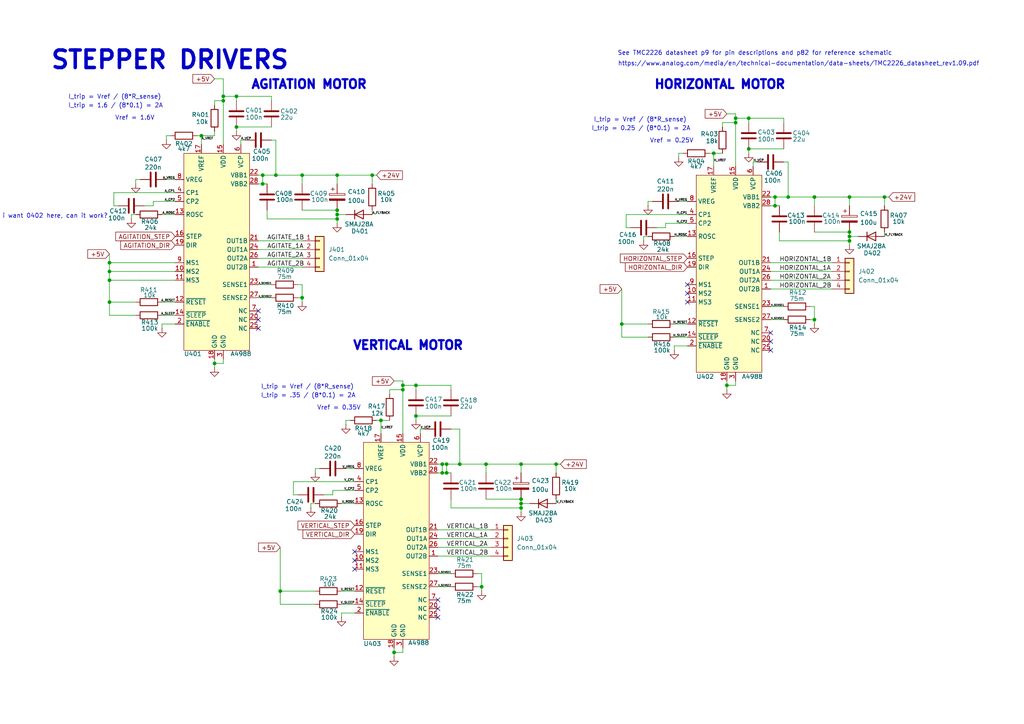
<source format=kicad_sch>
(kicad_sch (version 20250114) (generator "eeschema") (generator_version "9.0")
  (paper "A4")
  (lib_symbols
    (symbol "Connector_Generic:Conn_01x04" (pin_names (offset 1.016) (hide yes))
      (property "Reference" "J" (at 0 5.08 0))
      (property "Value" "Conn_01x04" (at 0 -7.62 0))
      (symbol "Conn_01x04_1_1"
        (pin passive line (at -5.08 2.54 0) (length 3.81) (name "Pin_1") (number "1"))
        (pin passive line (at -5.08 0 0) (length 3.81) (name "Pin_2") (number "2"))
        (pin passive line (at -5.08 -2.54 0) (length 3.81) (name "Pin_3") (number "3"))
        (pin passive line (at -5.08 -5.08 0) (length 3.81) (name "Pin_4") (number "4"))
      )
    )
    (symbol "Device:C" (pin_numbers (hide yes)) (pin_names (offset 0.254))
      (property "Reference" "C" (at 0.635 2.54 0))
      (property "Value" "C" (at 0.635 -2.54 0))
      (symbol "C_1_1"
        (pin passive line (at 0 3.81 270) (length 2.794) (name "~") (number "1"))
        (pin passive line (at 0 -3.81 90) (length 2.794) (name "~") (number "2"))
      )
    )
    (symbol "Device:C_Polarized" (pin_numbers (hide yes)) (pin_names (offset 0.254))
      (property "Reference" "C" (at 0.635 2.54 0))
      (property "Value" "C_Polarized" (at 0.635 -2.54 0))
      (symbol "C_Polarized_1_1"
        (pin passive line (at 0 3.81 270) (length 2.794) (name "~") (number "1"))
        (pin passive line (at 0 -3.81 90) (length 2.794) (name "~") (number "2"))
      )
    )
    (symbol "Device:D" (pin_numbers (hide yes)) (pin_names (offset 1.016) (hide yes))
      (property "Reference" "D" (at 0 2.54 0))
      (property "Value" "D" (at 0 -2.54 0))
      (symbol "D_1_1"
        (pin passive line (at -3.81 0 0) (length 2.54) (name "K") (number "1"))
        (pin passive line (at 3.81 0 180) (length 2.54) (name "A") (number "2"))
      )
    )
    (symbol "Device:R" (pin_numbers (hide yes)) (pin_names (offset 0))
      (property "Reference" "R" (at 2.032 0 90))
      (property "Value" "R" (at 0 0 90))
      (symbol "R_1_1"
        (pin passive line (at 0 3.81 270) (length 1.27) (name "~") (number "1"))
        (pin passive line (at 0 -3.81 90) (length 1.27) (name "~") (number "2"))
      )
    )
    (symbol "a4988_symbol:A4988"
      (property "Reference" "U" (at -7.874 20.066 0))
      (property "Value" "A4988" (at 7.366 -39.37 0))
      (symbol "A4988_1_1"
        (pin passive line (at -11.43 11.43 0) (length 2.54) (name "VREG") (number "8"))
        (pin input line (at -11.43 7.62 0) (length 2.54) (name "CP1") (number "4"))
        (pin input line (at -11.43 5.08 0) (length 2.54) (name "CP2") (number "5"))
        (pin input line (at -11.43 1.27 0) (length 2.54) (name "ROSC") (number "13"))
        (pin input line (at -11.43 -5.08 0) (length 2.54) (name "STEP") (number "16"))
        (pin input line (at -11.43 -7.62 0) (length 2.54) (name "DIR") (number "19"))
        (pin input line (at -11.43 -12.7 0) (length 2.54) (name "MS1") (number "9"))
        (pin input line (at -11.43 -15.24 0) (length 2.54) (name "MS2") (number "10"))
        (pin input line (at -11.43 -17.78 0) (length 2.54) (name "MS3") (number "11"))
        (pin input line (at -11.43 -24.13 0) (length 2.54) (name "~{RESET}") (number "12"))
        (pin input line (at -11.43 -27.94 0) (length 2.54) (name "~{SLEEP}") (number "14"))
        (pin input line (at -11.43 -30.48 0) (length 2.54) (name "~{ENABLE}") (number "2"))
        (pin passive line (at -3.81 21.59 270) (length 2.54) (name "VREF") (number "17"))
        (pin passive line (at 0 -40.64 90) (length 2.54) (name "GND") (number "18"))
        (pin passive line (at 0 -40.64 90) (length 2.54) (hide yes) (name "GND") (number "29"))
        (pin passive line (at 2.54 21.59 270) (length 2.54) (name "VDD") (number "15"))
        (pin passive line (at 2.54 -40.64 90) (length 2.54) (name "GND") (number "3"))
        (pin input line (at 7.62 21.59 270) (length 2.54) (name "VCP") (number "6"))
        (pin input line (at 12.7 12.7 180) (length 2.54) (name "VBB1") (number "22"))
        (pin input line (at 12.7 10.16 180) (length 2.54) (name "VBB2") (number "28"))
        (pin output line (at 12.7 -6.35 180) (length 2.54) (name "OUT1B") (number "21"))
        (pin output line (at 12.7 -8.89 180) (length 2.54) (name "OUT1A") (number "24"))
        (pin output line (at 12.7 -11.43 180) (length 2.54) (name "OUT2A") (number "26"))
        (pin output line (at 12.7 -13.97 180) (length 2.54) (name "OUT2B") (number "1"))
        (pin passive line (at 12.7 -19.05 180) (length 2.54) (name "SENSE1") (number "23"))
        (pin passive line (at 12.7 -22.86 180) (length 2.54) (name "SENSE2") (number "27"))
        (pin passive line (at 12.7 -26.67 180) (length 2.54) (name "NC") (number "7"))
        (pin passive line (at 12.7 -29.21 180) (length 2.54) (name "NC") (number "20"))
        (pin passive line (at 12.7 -31.75 180) (length 2.54) (name "NC") (number "25"))
      )
    )
    (symbol "power:GND" (power) (pin_numbers (hide yes)) (pin_names (offset 0) (hide yes))
      (property "Value" "GND" (at 0 -3.81 0))
      (symbol "GND_1_1"
        (pin power_in line (at 0 0 270) (length 0) (name "~") (number "1"))
      )
    )
  )
  (text "I_trip = 0.25 / (8*0.1) = 2A" (at 185.928 37.338 0) (effects (font (size 1.27 1.27))))
  (text "I_trip = Vref / (8*R_sense)" (at 89.154 112.268 0) (effects (font (size 1.27 1.27))))
  (text "i want 0402 here, can it work?" (at 16.002 62.738 0) (effects (font (size 1.27 1.27))))
  (text "I_trip = Vref / (8*R_sense)" (at 33.274 28.194 0) (effects (font (size 1.27 1.27))))
  (text "Vref = 1.6V" (at 39.116 34.29 0) (effects (font (size 1.27 1.27))))
  (text "I_trip = Vref / (8*R_sense)" (at 185.674 34.798 0) (effects (font (size 1.27 1.27))))
  (text "VERTICAL MOTOR" (at 118.364 100.33 0) (effects (font (size 2.54 2.54) (thickness 1.016) (bold yes))))
  (text "Vref = 0.35V" (at 98.298 118.364 0) (effects (font (size 1.27 1.27))))
  (text "I_trip = .35 / (8*0.1) = 2A" (at 89.408 114.808 0) (effects (font (size 1.27 1.27))))
  (text "AGITATION MOTOR" (at 89.662 24.638 0) (effects (font (size 2.54 2.54) (thickness 1.016) (bold yes))))
  (text "STEPPER DRIVERS" (at 49.276 17.526 0) (effects (font (size 5.08 5.08) (thickness 1.016) (bold yes))))
  (text "See TMC2226 datasheet p9 for pin descriptions and p82 for reference schematic\n" (at 218.948 15.494 0) (effects (font (size 1.27 1.27))))
  (text "Vref = 0.25V" (at 194.818 40.894 0) (effects (font (size 1.27 1.27))))
  (text "HORIZONTAL MOTOR" (at 208.788 24.638 0) (effects (font (size 2.54 2.54) (thickness 1.016) (bold yes))))
  (text "https://www.analog.com/media/en/technical-documentation/data-sheets/TMC2226_datasheet_rev1.09.pdf" (at 231.648 18.542 0) (effects (font (size 1.27 1.27))))
  (text "I_trip = 1.6 / (8*0.1) = 2A" (at 33.528 30.734 0) (effects (font (size 1.27 1.27))))
  (junction (at 228.6 57.15))
  (junction (at 129.54 134.62))
  (junction (at 180.34 93.98))
  (junction (at 217.17 43.18))
  (junction (at 133.35 134.62))
  (junction (at 62.23 105.41))
  (junction (at 76.2 53.34))
  (junction (at 236.22 57.15))
  (junction (at 110.49 121.92))
  (junction (at 128.27 137.16))
  (junction (at 97.79 50.8))
  (junction (at 68.58 27.94))
  (junction (at 246.38 67.31))
  (junction (at 120.65 120.65))
  (junction (at 217.17 34.29))
  (junction (at 107.95 50.8))
  (junction (at 31.75 81.28))
  (junction (at 64.77 27.94))
  (junction (at 31.75 78.74))
  (junction (at 246.38 57.15))
  (junction (at 58.42 39.37))
  (junction (at 129.54 137.16))
  (junction (at 256.54 57.15))
  (junction (at 68.58 36.83))
  (junction (at 224.79 57.15))
  (junction (at 213.36 34.29))
  (junction (at 97.79 60.96))
  (junction (at 151.13 144.78))
  (junction (at 116.84 113.03))
  (junction (at 140.97 134.62))
  (junction (at 224.79 59.69))
  (junction (at 87.63 86.36))
  (junction (at 139.7 170.18))
  (junction (at 31.75 76.2))
  (junction (at 87.63 50.8))
  (junction (at 76.2 50.8))
  (junction (at 210.82 111.76))
  (junction (at 151.13 134.62))
  (junction (at 80.01 50.8))
  (junction (at 151.13 147.32))
  (junction (at 97.79 62.23))
  (junction (at 97.79 63.5))
  (junction (at 236.22 92.71))
  (junction (at 207.01 44.45))
  (junction (at 120.65 111.76))
  (junction (at 246.38 68.58))
  (junction (at 31.75 87.63))
  (junction (at 246.38 69.85))
  (junction (at 151.13 146.05))
  (junction (at 213.36 35.56))
  (junction (at 128.27 134.62))
  (junction (at 114.3 189.23))
  (junction (at 64.77 29.21))
  (junction (at 116.84 111.76))
  (junction (at 161.29 134.62))
  (junction (at 81.28 171.45))
  (no_connect (at 223.52 96.52))
  (no_connect (at 102.87 162.56))
  (no_connect (at 199.39 87.63))
  (no_connect (at 74.93 90.17))
  (no_connect (at 74.93 92.71))
  (no_connect (at 199.39 82.55))
  (no_connect (at 199.39 85.09))
  (no_connect (at 102.87 160.02))
  (no_connect (at 74.93 95.25))
  (no_connect (at 127 179.07))
  (no_connect (at 102.87 165.1))
  (no_connect (at 127 176.53))
  (no_connect (at 223.52 101.6))
  (no_connect (at 127 173.99))
  (no_connect (at 223.52 99.06))
  (wire (pts (xy 101.6 121.92) (xy 100.33 121.92)))
  (wire (pts (xy 121.92 124.46) (xy 123.19 124.46)))
  (wire (pts (xy 223.52 88.9) (xy 227.33 88.9)))
  (wire (pts (xy 69.85 41.91) (xy 69.85 40.64)))
  (wire (pts (xy 151.13 147.32) (xy 151.13 148.59)))
  (wire (pts (xy 226.06 69.85) (xy 246.38 69.85)))
  (wire (pts (xy 50.8 78.74) (xy 31.75 78.74)))
  (wire (pts (xy 217.17 34.29) (xy 217.17 35.56)))
  (wire (pts (xy 224.79 57.15) (xy 228.6 57.15)))
  (wire (pts (xy 96.52 142.24) (xy 96.52 143.51)))
  (wire (pts (xy 187.96 58.42) (xy 189.23 58.42)))
  (wire (pts (xy 85.09 139.7) (xy 85.09 143.51)))
  (wire (pts (xy 85.09 139.7) (xy 102.87 139.7)))
  (wire (pts (xy 224.79 59.69) (xy 226.06 59.69)))
  (wire (pts (xy 107.95 50.8) (xy 107.95 53.34)))
  (wire (pts (xy 114.3 110.49) (xy 116.84 110.49)))
  (wire (pts (xy 195.58 100.33) (xy 195.58 101.6)))
  (wire (pts (xy 209.55 35.56) (xy 213.36 35.56)))
  (wire (pts (xy 99.06 177.8) (xy 99.06 179.07)))
  (wire (pts (xy 78.74 40.64) (xy 80.01 40.64)))
  (wire (pts (xy 236.22 57.15) (xy 236.22 59.69)))
  (wire (pts (xy 100.33 121.92) (xy 100.33 123.19)))
  (wire (pts (xy 38.1 62.23) (xy 38.1 63.5)))
  (wire (pts (xy 96.52 142.24) (xy 102.87 142.24)))
  (wire (pts (xy 116.84 189.23) (xy 114.3 189.23)))
  (wire (pts (xy 256.54 57.15) (xy 257.81 57.15)))
  (wire (pts (xy 256.54 67.31) (xy 256.54 68.58)))
  (wire (pts (xy 68.58 36.83) (xy 68.58 38.1)))
  (wire (pts (xy 210.82 110.49) (xy 210.82 111.76)))
  (wire (pts (xy 74.93 77.47) (xy 87.63 77.47)))
  (wire (pts (xy 217.17 43.18) (xy 227.33 43.18)))
  (wire (pts (xy 107.95 50.8) (xy 109.22 50.8)))
  (wire (pts (xy 223.52 92.71) (xy 227.33 92.71)))
  (wire (pts (xy 91.44 135.89) (xy 92.71 135.89)))
  (wire (pts (xy 31.75 81.28) (xy 31.75 78.74)))
  (wire (pts (xy 133.35 124.46) (xy 133.35 134.62)))
  (wire (pts (xy 129.54 134.62) (xy 129.54 137.16)))
  (wire (pts (xy 130.81 144.78) (xy 130.81 147.32)))
  (wire (pts (xy 87.63 86.36) (xy 87.63 87.63)))
  (wire (pts (xy 93.98 143.51) (xy 96.52 143.51)))
  (wire (pts (xy 195.58 93.98) (xy 199.39 93.98)))
  (wire (pts (xy 236.22 57.15) (xy 246.38 57.15)))
  (wire (pts (xy 81.28 158.75) (xy 81.28 171.45)))
  (wire (pts (xy 116.84 113.03) (xy 116.84 111.76)))
  (wire (pts (xy 99.06 171.45) (xy 102.87 171.45)))
  (wire (pts (xy 213.36 48.26) (xy 213.36 35.56)))
  (wire (pts (xy 151.13 134.62) (xy 151.13 137.16)))
  (wire (pts (xy 180.34 97.79) (xy 180.34 93.98)))
  (wire (pts (xy 64.77 105.41) (xy 62.23 105.41)))
  (wire (pts (xy 161.29 144.78) (xy 161.29 146.05)))
  (wire (pts (xy 140.97 144.78) (xy 151.13 144.78)))
  (wire (pts (xy 256.54 57.15) (xy 246.38 57.15)))
  (wire (pts (xy 91.44 146.05) (xy 90.17 146.05)))
  (wire (pts (xy 223.52 76.2) (xy 241.3 76.2)))
  (wire (pts (xy 114.3 187.96) (xy 114.3 189.23)))
  (wire (pts (xy 207.01 44.45) (xy 207.01 48.26)))
  (wire (pts (xy 223.52 78.74) (xy 241.3 78.74)))
  (wire (pts (xy 236.22 92.71) (xy 236.22 93.98)))
  (wire (pts (xy 213.36 33.02) (xy 213.36 34.29)))
  (wire (pts (xy 62.23 29.21) (xy 64.77 29.21)))
  (wire (pts (xy 246.38 69.85) (xy 246.38 71.12)))
  (wire (pts (xy 46.99 93.98) (xy 46.99 95.25)))
  (wire (pts (xy 246.38 67.31) (xy 246.38 68.58)))
  (wire (pts (xy 62.23 38.1) (xy 62.23 39.37)))
  (wire (pts (xy 81.28 175.26) (xy 81.28 171.45)))
  (wire (pts (xy 100.33 135.89) (xy 102.87 135.89)))
  (wire (pts (xy 113.03 113.03) (xy 113.03 114.3)))
  (wire (pts (xy 46.99 62.23) (xy 50.8 62.23)))
  (wire (pts (xy 80.01 40.64) (xy 80.01 50.8)))
  (wire (pts (xy 210.82 111.76) (xy 210.82 113.03)))
  (wire (pts (xy 91.44 137.16) (xy 91.44 135.89)))
  (wire (pts (xy 68.58 27.94) (xy 68.58 29.21)))
  (wire (pts (xy 139.7 166.37) (xy 139.7 170.18)))
  (wire (pts (xy 256.54 57.15) (xy 256.54 59.69)))
  (wire (pts (xy 50.8 81.28) (xy 31.75 81.28)))
  (wire (pts (xy 114.3 189.23) (xy 114.3 190.5)))
  (wire (pts (xy 44.45 58.42) (xy 50.8 58.42)))
  (wire (pts (xy 205.74 44.45) (xy 207.01 44.45)))
  (wire (pts (xy 64.77 22.86) (xy 64.77 27.94)))
  (wire (pts (xy 62.23 104.14) (xy 62.23 105.41)))
  (wire (pts (xy 113.03 121.92) (xy 110.49 121.92)))
  (wire (pts (xy 50.8 76.2) (xy 31.75 76.2)))
  (wire (pts (xy 193.04 64.77) (xy 193.04 66.04)))
  (wire (pts (xy 121.92 125.73) (xy 121.92 124.46)))
  (wire (pts (xy 85.09 143.51) (xy 86.36 143.51)))
  (wire (pts (xy 116.84 111.76) (xy 120.65 111.76)))
  (wire (pts (xy 64.77 27.94) (xy 64.77 29.21)))
  (wire (pts (xy 228.6 46.99) (xy 228.6 57.15)))
  (wire (pts (xy 234.95 92.71) (xy 236.22 92.71)))
  (wire (pts (xy 223.52 59.69) (xy 224.79 59.69)))
  (wire (pts (xy 234.95 88.9) (xy 236.22 88.9)))
  (wire (pts (xy 86.36 86.36) (xy 87.63 86.36)))
  (wire (pts (xy 39.37 52.07) (xy 40.64 52.07)))
  (wire (pts (xy 120.65 111.76) (xy 120.65 113.03)))
  (wire (pts (xy 97.79 62.23) (xy 97.79 63.5)))
  (wire (pts (xy 109.22 121.92) (xy 110.49 121.92)))
  (wire (pts (xy 224.79 57.15) (xy 224.79 59.69)))
  (wire (pts (xy 127 156.21) (xy 142.24 156.21)))
  (wire (pts (xy 31.75 78.74) (xy 31.75 76.2)))
  (wire (pts (xy 33.02 55.88) (xy 50.8 55.88)))
  (wire (pts (xy 128.27 134.62) (xy 127 134.62)))
  (wire (pts (xy 128.27 137.16) (xy 129.54 137.16)))
  (wire (pts (xy 39.37 62.23) (xy 38.1 62.23)))
  (wire (pts (xy 64.77 29.21) (xy 64.77 41.91)))
  (wire (pts (xy 76.2 53.34) (xy 77.47 53.34)))
  (wire (pts (xy 186.69 68.58) (xy 186.69 69.85)))
  (wire (pts (xy 62.23 105.41) (xy 62.23 106.68)))
  (wire (pts (xy 46.99 91.44) (xy 50.8 91.44)))
  (wire (pts (xy 64.77 27.94) (xy 68.58 27.94)))
  (wire (pts (xy 107.95 50.8) (xy 97.79 50.8)))
  (wire (pts (xy 80.01 50.8) (xy 87.63 50.8)))
  (wire (pts (xy 180.34 83.82) (xy 180.34 93.98)))
  (wire (pts (xy 74.93 72.39) (xy 87.63 72.39)))
  (wire (pts (xy 138.43 170.18) (xy 139.7 170.18)))
  (wire (pts (xy 81.28 171.45) (xy 91.44 171.45)))
  (wire (pts (xy 209.55 44.45) (xy 207.01 44.45)))
  (wire (pts (xy 46.99 93.98) (xy 50.8 93.98)))
  (wire (pts (xy 196.85 44.45) (xy 196.85 45.72)))
  (wire (pts (xy 39.37 53.34) (xy 39.37 52.07)))
  (wire (pts (xy 69.85 40.64) (xy 71.12 40.64)))
  (wire (pts (xy 226.06 67.31) (xy 226.06 69.85)))
  (wire (pts (xy 224.79 57.15) (xy 223.52 57.15)))
  (wire (pts (xy 130.81 111.76) (xy 130.81 113.03)))
  (wire (pts (xy 130.81 147.32) (xy 151.13 147.32)))
  (wire (pts (xy 127 158.75) (xy 142.24 158.75)))
  (wire (pts (xy 31.75 87.63) (xy 31.75 81.28)))
  (wire (pts (xy 127 161.29) (xy 142.24 161.29)))
  (wire (pts (xy 127 153.67) (xy 142.24 153.67)))
  (wire (pts (xy 181.61 66.04) (xy 182.88 66.04)))
  (wire (pts (xy 97.79 60.96) (xy 97.79 62.23)))
  (wire (pts (xy 151.13 144.78) (xy 151.13 146.05)))
  (wire (pts (xy 58.42 39.37) (xy 58.42 41.91)))
  (wire (pts (xy 138.43 166.37) (xy 139.7 166.37)))
  (wire (pts (xy 33.02 59.69) (xy 34.29 59.69)))
  (wire (pts (xy 116.84 110.49) (xy 116.84 111.76)))
  (wire (pts (xy 213.36 111.76) (xy 210.82 111.76)))
  (wire (pts (xy 180.34 97.79) (xy 187.96 97.79)))
  (wire (pts (xy 217.17 34.29) (xy 227.33 34.29)))
  (wire (pts (xy 33.02 55.88) (xy 33.02 59.69)))
  (wire (pts (xy 127 170.18) (xy 130.81 170.18)))
  (wire (pts (xy 161.29 134.62) (xy 161.29 137.16)))
  (wire (pts (xy 161.29 134.62) (xy 151.13 134.62)))
  (wire (pts (xy 81.28 175.26) (xy 91.44 175.26)))
  (wire (pts (xy 116.84 125.73) (xy 116.84 113.03)))
  (wire (pts (xy 76.2 50.8) (xy 80.01 50.8)))
  (wire (pts (xy 48.26 52.07) (xy 50.8 52.07)))
  (wire (pts (xy 78.74 27.94) (xy 78.74 29.21)))
  (wire (pts (xy 90.17 146.05) (xy 90.17 147.32)))
  (wire (pts (xy 151.13 146.05) (xy 153.67 146.05)))
  (wire (pts (xy 62.23 22.86) (xy 64.77 22.86)))
  (wire (pts (xy 46.99 87.63) (xy 50.8 87.63)))
  (wire (pts (xy 181.61 62.23) (xy 181.61 66.04)))
  (wire (pts (xy 227.33 34.29) (xy 227.33 35.56)))
  (wire (pts (xy 140.97 134.62) (xy 151.13 134.62)))
  (wire (pts (xy 87.63 60.96) (xy 97.79 60.96)))
  (wire (pts (xy 120.65 111.76) (xy 130.81 111.76)))
  (wire (pts (xy 120.65 120.65) (xy 120.65 121.92)))
  (wire (pts (xy 120.65 120.65) (xy 130.81 120.65)))
  (wire (pts (xy 140.97 134.62) (xy 140.97 137.16)))
  (wire (pts (xy 41.91 59.69) (xy 44.45 59.69)))
  (wire (pts (xy 99.06 175.26) (xy 102.87 175.26)))
  (wire (pts (xy 77.47 63.5) (xy 97.79 63.5)))
  (wire (pts (xy 77.47 60.96) (xy 77.47 63.5)))
  (wire (pts (xy 129.54 137.16) (xy 130.81 137.16)))
  (wire (pts (xy 110.49 121.92) (xy 110.49 125.73)))
  (wire (pts (xy 151.13 146.05) (xy 151.13 147.32)))
  (wire (pts (xy 127 166.37) (xy 130.81 166.37)))
  (wire (pts (xy 196.85 58.42) (xy 199.39 58.42)))
  (wire (pts (xy 198.12 44.45) (xy 196.85 44.45)))
  (wire (pts (xy 76.2 50.8) (xy 76.2 53.34)))
  (wire (pts (xy 31.75 91.44) (xy 31.75 87.63)))
  (wire (pts (xy 223.52 83.82) (xy 241.3 83.82)))
  (wire (pts (xy 218.44 48.26) (xy 218.44 46.99)))
  (wire (pts (xy 213.36 34.29) (xy 217.17 34.29)))
  (wire (pts (xy 187.96 68.58) (xy 186.69 68.58)))
  (wire (pts (xy 217.17 43.18) (xy 217.17 44.45)))
  (wire (pts (xy 99.06 177.8) (xy 102.87 177.8)))
  (wire (pts (xy 87.63 82.55) (xy 87.63 86.36)))
  (wire (pts (xy 180.34 93.98) (xy 187.96 93.98)))
  (wire (pts (xy 99.06 146.05) (xy 102.87 146.05)))
  (wire (pts (xy 31.75 91.44) (xy 39.37 91.44)))
  (wire (pts (xy 161.29 134.62) (xy 162.56 134.62)))
  (wire (pts (xy 130.81 124.46) (xy 133.35 124.46)))
  (wire (pts (xy 195.58 100.33) (xy 199.39 100.33)))
  (wire (pts (xy 74.93 69.85) (xy 87.63 69.85)))
  (wire (pts (xy 74.93 86.36) (xy 78.74 86.36)))
  (wire (pts (xy 127 137.16) (xy 128.27 137.16)))
  (wire (pts (xy 195.58 97.79) (xy 199.39 97.79)))
  (wire (pts (xy 113.03 113.03) (xy 116.84 113.03)))
  (wire (pts (xy 187.96 59.69) (xy 187.96 58.42)))
  (wire (pts (xy 49.53 39.37) (xy 48.26 39.37)))
  (wire (pts (xy 107.95 60.96) (xy 107.95 62.23)))
  (wire (pts (xy 236.22 88.9) (xy 236.22 92.71)))
  (wire (pts (xy 116.84 187.96) (xy 116.84 189.23)))
  (wire (pts (xy 129.54 134.62) (xy 128.27 134.62)))
  (wire (pts (xy 139.7 170.18) (xy 139.7 171.45)))
  (wire (pts (xy 62.23 30.48) (xy 62.23 29.21)))
  (wire (pts (xy 68.58 27.94) (xy 78.74 27.94)))
  (wire (pts (xy 218.44 46.99) (xy 219.71 46.99)))
  (wire (pts (xy 195.58 68.58) (xy 199.39 68.58)))
  (wire (pts (xy 64.77 104.14) (xy 64.77 105.41)))
  (wire (pts (xy 97.79 63.5) (xy 97.79 64.77)))
  (wire (pts (xy 68.58 36.83) (xy 78.74 36.83)))
  (wire (pts (xy 193.04 64.77) (xy 199.39 64.77)))
  (wire (pts (xy 236.22 67.31) (xy 246.38 67.31)))
  (wire (pts (xy 210.82 33.02) (xy 213.36 33.02)))
  (wire (pts (xy 31.75 73.66) (xy 31.75 76.2)))
  (wire (pts (xy 87.63 50.8) (xy 97.79 50.8)))
  (wire (pts (xy 97.79 62.23) (xy 100.33 62.23)))
  (wire (pts (xy 246.38 68.58) (xy 248.92 68.58)))
  (wire (pts (xy 209.55 35.56) (xy 209.55 36.83)))
  (wire (pts (xy 58.42 39.37) (xy 62.23 39.37)))
  (wire (pts (xy 97.79 50.8) (xy 97.79 53.34)))
  (wire (pts (xy 74.93 82.55) (xy 78.74 82.55)))
  (wire (pts (xy 74.93 53.34) (xy 76.2 53.34)))
  (wire (pts (xy 86.36 82.55) (xy 87.63 82.55)))
  (wire (pts (xy 223.52 81.28) (xy 241.3 81.28)))
  (wire (pts (xy 246.38 57.15) (xy 246.38 59.69)))
  (wire (pts (xy 74.93 74.93) (xy 87.63 74.93)))
  (wire (pts (xy 48.26 39.37) (xy 48.26 40.64)))
  (wire (pts (xy 31.75 87.63) (xy 39.37 87.63)))
  (wire (pts (xy 181.61 62.23) (xy 199.39 62.23)))
  (wire (pts (xy 133.35 134.62) (xy 140.97 134.62)))
  (wire (pts (xy 246.38 68.58) (xy 246.38 69.85)))
  (wire (pts (xy 76.2 50.8) (xy 74.93 50.8)))
  (wire (pts (xy 227.33 46.99) (xy 228.6 46.99)))
  (wire (pts (xy 213.36 35.56) (xy 213.36 34.29)))
  (wire (pts (xy 228.6 57.15) (xy 236.22 57.15)))
  (wire (pts (xy 190.5 66.04) (xy 193.04 66.04)))
  (wire (pts (xy 213.36 110.49) (xy 213.36 111.76)))
  (wire (pts (xy 129.54 134.62) (xy 133.35 134.62)))
  (wire (pts (xy 57.15 39.37) (xy 58.42 39.37)))
  (wire (pts (xy 87.63 50.8) (xy 87.63 53.34)))
  (wire (pts (xy 44.45 58.42) (xy 44.45 59.69)))
  (wire (pts (xy 128.27 134.62) (xy 128.27 137.16)))
  (label "V_CP2" (at 102.87 142.24 180) (effects (font (size 0.635 0.635))))
  (label "H_RESET" (at 199.39 93.98 180) (effects (font (size 0.635 0.635))))
  (label "AGITATE_2B" (at 77.47 77.47 0))
  (label "VERTICAL_2A" (at 129.54 158.75 0))
  (label "HORIZONTAL_1B" (at 226.06 76.2 0))
  (label "AGITATE_1A" (at 77.47 72.39 0))
  (label "V_RESET" (at 102.87 171.45 180) (effects (font (size 0.635 0.635))))
  (label "H_SENSE2" (at 223.52 92.71 0) (effects (font (size 0.508 0.508))))
  (label "H_SLEEP" (at 199.39 97.79 180) (effects (font (size 0.635 0.635))))
  (label "A_SENSE2" (at 74.93 86.36 0) (effects (font (size 0.508 0.508))))
  (label "V_VCP" (at 121.92 124.46 0) (effects (font (size 0.635 0.635))))
  (label "V_FLYBACK" (at 161.29 146.05 0) (effects (font (size 0.635 0.635))))
  (label "A_CP1" (at 50.8 55.88 180) (effects (font (size 0.635 0.635))))
  (label "HORIZONTAL_2B" (at 226.06 83.82 0))
  (label "H_CP1" (at 199.39 62.23 180) (effects (font (size 0.635 0.635))))
  (label "H_VREG" (at 199.39 58.42 180) (effects (font (size 0.635 0.635))))
  (label "A_SENSE1" (at 74.93 82.55 0) (effects (font (size 0.508 0.508))))
  (label "VERTICAL_1A" (at 129.54 156.21 0))
  (label "A_RESET" (at 50.8 87.63 180) (effects (font (size 0.635 0.635))))
  (label "V_ROSC" (at 102.87 146.05 180) (effects (font (size 0.635 0.635))))
  (label "V_SENSE1" (at 127 166.37 0) (effects (font (size 0.508 0.508))))
  (label "AGITATE_2A" (at 77.47 74.93 0))
  (label "V_VREG" (at 102.87 135.89 180) (effects (font (size 0.635 0.635))))
  (label "H_CP2" (at 199.39 64.77 180) (effects (font (size 0.635 0.635))))
  (label "A_VREG" (at 50.8 52.07 180) (effects (font (size 0.635 0.635))))
  (label "V_VREF" (at 110.49 124.46 0) (effects (font (size 0.635 0.635))))
  (label "A_SLEEP" (at 50.8 91.44 180) (effects (font (size 0.635 0.635))))
  (label "VERTICAL_1B" (at 129.54 153.67 0))
  (label "VERTICAL_2B" (at 129.54 161.29 0))
  (label "A_ROSC" (at 50.8 62.23 180) (effects (font (size 0.635 0.635))))
  (label "A_VREF" (at 58.42 40.64 0) (effects (font (size 0.635 0.635))))
  (label "HORIZONTAL_2A" (at 226.06 81.28 0))
  (label "V_CP1" (at 102.87 139.7 180) (effects (font (size 0.635 0.635))))
  (label "A_VCP" (at 69.85 40.64 0) (effects (font (size 0.635 0.635))))
  (label "AGITATE_1B" (at 77.47 69.85 0))
  (label "A_CP2" (at 50.8 58.42 180) (effects (font (size 0.635 0.635))))
  (label "A_FLYBACK" (at 107.95 62.23 0) (effects (font (size 0.635 0.635))))
  (label "H_VCP" (at 218.44 46.99 0) (effects (font (size 0.635 0.635))))
  (label "V_SLEEP" (at 102.87 175.26 180) (effects (font (size 0.635 0.635))))
  (label "H_VREF" (at 207.01 46.99 0) (effects (font (size 0.635 0.635))))
  (label "HORIZONTAL_1A" (at 226.06 78.74 0))
  (label "H_ROSC" (at 199.39 68.58 180) (effects (font (size 0.635 0.635))))
  (label "V_SENSE2" (at 127 170.18 0) (effects (font (size 0.508 0.508))))
  (label "H_FLYBACK" (at 256.54 68.58 0) (effects (font (size 0.635 0.635))))
  (label "H_SENSE1" (at 223.52 88.9 0) (effects (font (size 0.508 0.508))))
  (global_label "+5V" (shape input) (at 180.34 83.82 180) (property "Intersheetrefs" "${INTERSHEET_REFS}" (effects (hide yes))))
  (global_label "+24V" (shape input) (at 109.22 50.8 0) (property "Intersheetrefs" "${INTERSHEET_REFS}" (effects (hide yes))))
  (global_label "VERTICAL_DIR" (shape input) (at 102.87 154.94 180) (property "Intersheetrefs" "${INTERSHEET_REFS}" (effects (hide yes))))
  (global_label "+5V" (shape input) (at 114.3 110.49 180) (property "Intersheetrefs" "${INTERSHEET_REFS}" (effects (hide yes))))
  (global_label "+24V" (shape input) (at 257.81 57.15 0) (property "Intersheetrefs" "${INTERSHEET_REFS}" (effects (hide yes))))
  (global_label "AGITATION_STEP" (shape input) (at 50.8 68.58 180) (property "Intersheetrefs" "${INTERSHEET_REFS}" (effects (hide yes))))
  (global_label "+5V" (shape input) (at 210.82 33.02 180) (property "Intersheetrefs" "${INTERSHEET_REFS}" (effects (hide yes))))
  (global_label "HORIZONTAL_DIR" (shape input) (at 199.39 77.47 180) (property "Intersheetrefs" "${INTERSHEET_REFS}" (effects (hide yes))))
  (global_label "+5V" (shape input) (at 62.23 22.86 180) (property "Intersheetrefs" "${INTERSHEET_REFS}" (effects (hide yes))))
  (global_label "AGITATION_DIR" (shape input) (at 50.8 71.12 180) (property "Intersheetrefs" "${INTERSHEET_REFS}" (effects (hide yes))))
  (global_label "VERTICAL_STEP" (shape input) (at 102.87 152.4 180) (property "Intersheetrefs" "${INTERSHEET_REFS}" (effects (hide yes))))
  (global_label "+5V" (shape input) (at 31.75 73.66 180) (property "Intersheetrefs" "${INTERSHEET_REFS}" (effects (hide yes))))
  (global_label "+24V" (shape input) (at 162.56 134.62 0) (property "Intersheetrefs" "${INTERSHEET_REFS}" (effects (hide yes))))
  (global_label "HORIZONTAL_STEP" (shape input) (at 199.39 74.93 180) (property "Intersheetrefs" "${INTERSHEET_REFS}" (effects (hide yes))))
  (global_label "+5V" (shape input) (at 81.28 158.75 180) (property "Intersheetrefs" "${INTERSHEET_REFS}" (effects (hide yes))))
  (symbol (lib_id "power:GND") (at 196.85 45.72 0) (unit 1)
    (property "Reference" "#PWR0404" (effects (hide yes)))
    (property "Value" "GND" (effects (hide yes)))
    (property "Description" "Power symbol creates a global label with name \"GND\" , ground" (effects (hide yes)))
  )
  (symbol (lib_id "power:GND") (at 186.69 69.85 0) (unit 1)
    (property "Reference" "#PWR0409" (effects (hide yes)))
    (property "Value" "GND" (effects (hide yes)))
    (property "Description" "Power symbol creates a global label with name \"GND\" , ground" (effects (hide yes)))
  )
  (symbol (lib_id "Device:R") (at 43.18 87.63 90) (unit 1)
    (property "Reference" "R411" (at 45.72 84.074 90) (effects (justify left)))
    (property "Value" "10k" (at 45.212 85.598 90) (effects (justify left)))
    (property "Footprint" "Resistor_SMD:R_0603_1608Metric" (effects (hide yes)))
    (property "Description" "Resistor" (effects (hide yes)))
    (property "Manufacturer" "UNI-ROYAL(Uniroyal Elec)" (effects (hide yes)))
    (property "MPN" "0603WAF1002T5E" (effects (hide yes)))
    (property "LCSC Part Number" "C25804" (effects (hide yes)))
  )
  (symbol (lib_id "Device:R") (at 191.77 97.79 90) (unit 1)
    (property "Reference" "R416" (at 192.024 99.822 90))
    (property "Value" "100k" (at 192.024 101.6 90))
    (property "Footprint" "Resistor_SMD:R_0603_1608Metric" (effects (hide yes)))
    (property "Description" "Resistor" (effects (hide yes)))
    (property "Manufacturer" "UNI-ROYAL(Uniroyal Elec)" (effects (hide yes)))
    (property "MPN" "0603WAF1003T5E" (effects (hide yes)))
    (property "LCSC Part Number" "C25803" (effects (hide yes)))
  )
  (symbol (lib_id "power:GND") (at 97.79 64.77 0) (unit 1)
    (property "Reference" "#PWR0408" (effects (hide yes)))
    (property "Value" "GND" (effects (hide yes)))
    (property "Description" "Power symbol creates a global label with name \"GND\" , ground" (effects (hide yes)))
  )
  (symbol (lib_id "Device:C") (at 193.04 58.42 270) (unit 1)
    (property "Reference" "C411" (at 190.5 52.578 90) (effects (justify left)))
    (property "Value" "220n" (at 190.5 54.864 90) (effects (justify left)))
    (property "Footprint" "Capacitor_SMD:C_0805_2012Metric" (effects (hide yes)))
    (property "Description" "Unpolarized capacitor" (effects (hide yes)))
    (property "Manufacturer" "Samsung Electro-Mechanics" (effects (hide yes)))
    (property "MPN" "CL21B224KBFNNNE" (effects (hide yes)))
    (property "LCSC Part Number" "C5378" (effects (hide yes)))
  )
  (symbol (lib_id "power:GND") (at 62.23 106.68 0) (unit 1)
    (property "Reference" "#PWR0415" (effects (hide yes)))
    (property "Value" "GND" (effects (hide yes)))
    (property "Description" "Power symbol creates a global label with name \"GND\" , ground" (effects (hide yes)))
  )
  (symbol (lib_id "a4988_symbol:A4988") (at 114.3 147.32 0) (unit 1)
    (property "Reference" "U403" (at 105.41 186.69 0) (effects (justify left)))
    (property "Value" "A4988" (at 118.364 186.436 0) (effects (justify left)))
    (property "Footprint" "Package_DFN_QFN:QFN-28-1EP_5x5mm_P0.5mm_EP3.25x3.25mm_ThermalVias" (effects (hide yes)))
    (property "Datasheet" "kicad-embed://A4988-Datasheet.pdf" (effects (hide yes)))
    (property "Manufacturer" "Allegro MicroSystems, LLC" (effects (hide yes)))
    (property "MPN" "A4988SETTR-T" (effects (hide yes)))
    (property "LCSC Part Number" "C38437" (effects (hide yes)))
  )
  (symbol (lib_id "Device:R") (at 95.25 171.45 90) (unit 1)
    (property "Reference" "R423" (at 97.79 167.894 90) (effects (justify left)))
    (property "Value" "10k" (at 97.282 169.418 90) (effects (justify left)))
    (property "Footprint" "Resistor_SMD:R_0603_1608Metric" (effects (hide yes)))
    (property "Description" "Resistor" (effects (hide yes)))
    (property "Manufacturer" "UNI-ROYAL(Uniroyal Elec)" (effects (hide yes)))
    (property "MPN" "0603WAF1002T5E" (effects (hide yes)))
    (property "LCSC Part Number" "C25804" (effects (hide yes)))
  )
  (symbol (lib_id "power:GND") (at 246.38 71.12 0) (unit 1)
    (property "Reference" "#PWR0410" (effects (hide yes)))
    (property "Value" "GND" (effects (hide yes)))
    (property "Description" "Power symbol creates a global label with name \"GND\" , ground" (effects (hide yes)))
  )
  (symbol (lib_id "power:GND") (at 210.82 113.03 0) (unit 1)
    (property "Reference" "#PWR0416" (effects (hide yes)))
    (property "Value" "GND" (effects (hide yes)))
    (property "Description" "Power symbol creates a global label with name \"GND\" , ground" (effects (hide yes)))
  )
  (symbol (lib_id "power:GND") (at 39.37 53.34 0) (unit 1)
    (property "Reference" "#PWR0405" (effects (hide yes)))
    (property "Value" "GND" (effects (hide yes)))
    (property "Description" "Power symbol creates a global label with name \"GND\" , ground" (effects (hide yes)))
  )
  (symbol (lib_id "power:GND") (at 91.44 137.16 0) (unit 1)
    (property "Reference" "#PWR0419" (effects (hide yes)))
    (property "Value" "GND" (effects (hide yes)))
    (property "Description" "Power symbol creates a global label with name \"GND\" , ground" (effects (hide yes)))
  )
  (symbol (lib_id "Device:R") (at 113.03 118.11 180) (unit 1)
    (property "Reference" "R417" (at 109.22 117.856 0))
    (property "Value" "12k" (at 109.474 119.888 0))
    (property "Footprint" "Resistor_SMD:R_0603_1608Metric" (effects (hide yes)))
    (property "Description" "Resistor" (effects (hide yes)))
    (property "Manufacturer" "UNI-ROYAL(Uniroyal Elec)" (effects (hide yes)))
    (property "MPN" "0603WAF1202T5E" (effects (hide yes)))
    (property "LCSC Part Number" "C22790" (effects (hide yes)))
  )
  (symbol (lib_id "Device:C") (at 74.93 40.64 90) (unit 1)
    (property "Reference" "C405" (at 78.486 43.942 90) (effects (justify left)))
    (property "Value" "100n" (at 77.978 45.974 90) (effects (justify left)))
    (property "Footprint" "Capacitor_SMD:C_0603_1608Metric" (effects (hide yes)))
    (property "Description" "Unpolarized capacitor" (effects (hide yes)))
    (property "Manufacturer" "YAGEO" (effects (hide yes)))
    (property "MPN" "CC0603KRX7R9BB104" (effects (hide yes)))
    (property "LCSC Part Number" "C14663" (effects (hide yes)))
  )
  (symbol (lib_id "Device:R") (at 209.55 40.64 0) (unit 1)
    (property "Reference" "R403" (at 205.74 38.862 0))
    (property "Value" "18k" (at 206.502 40.894 0))
    (property "Footprint" "Resistor_SMD:R_0603_1608Metric" (effects (hide yes)))
    (property "Description" "Resistor" (effects (hide yes)))
    (property "Manufacturer" "UNI-ROYAL(Uniroyal Elec)" (effects (hide yes)))
    (property "MPN" "0603WAF1802T5E" (effects (hide yes)))
    (property "LCSC Part Number" "C25810" (effects (hide yes)))
  )
  (symbol (lib_id "power:GND") (at 236.22 93.98 0) (unit 1)
    (property "Reference" "#PWR0412" (effects (hide yes)))
    (property "Value" "GND" (effects (hide yes)))
    (property "Description" "Power symbol creates a global label with name \"GND\" , ground" (effects (hide yes)))
  )
  (symbol (lib_id "Device:R") (at 231.14 88.9 90) (unit 1)
    (property "Reference" "R412" (at 231.394 84.836 90))
    (property "Value" "75m" (at 231.14 86.614 90))
    (property "Footprint" "Resistor_SMD:R_1206_3216Metric" (effects (hide yes)))
    (property "Description" "Resistor" (effects (hide yes)))
    (property "Manufacturer" "Ever Ohms Tech" (effects (hide yes)))
    (property "MPN" "CR1206FR075P05R" (effects (hide yes)))
    (property "LCSC Part Number" "C149663" (effects (hide yes)))
  )
  (symbol (lib_id "Device:C") (at 38.1 59.69 90) (unit 1)
    (property "Reference" "C412" (at 36.83 61.214 90) (effects (justify left)))
    (property "Value" "100n" (at 36.322 63.246 90) (effects (justify left)))
    (property "Footprint" "Capacitor_SMD:C_0603_1608Metric" (effects (hide yes)))
    (property "Description" "Unpolarized capacitor" (effects (hide yes)))
    (property "Manufacturer" "YAGEO" (effects (hide yes)))
    (property "MPN" "CC0603KRX7R9BB104" (effects (hide yes)))
    (property "LCSC Part Number" "C14663" (effects (hide yes)))
  )
  (symbol (lib_id "Device:C") (at 127 124.46 90) (unit 1)
    (property "Reference" "C419" (at 130.556 127.762 90) (effects (justify left)))
    (property "Value" "100n" (at 130.048 129.794 90) (effects (justify left)))
    (property "Footprint" "Capacitor_SMD:C_0603_1608Metric" (effects (hide yes)))
    (property "Description" "Unpolarized capacitor" (effects (hide yes)))
    (property "Manufacturer" "YAGEO" (effects (hide yes)))
    (property "MPN" "CC0603KRX7R9BB104" (effects (hide yes)))
    (property "LCSC Part Number" "C14663" (effects (hide yes)))
  )
  (symbol (lib_id "Device:C") (at 140.97 140.97 180) (unit 1)
    (property "Reference" "C422" (at 148.336 139.954 0) (effects (justify left)))
    (property "Value" "100n" (at 148.59 141.732 0) (effects (justify left)))
    (property "Footprint" "Capacitor_SMD:C_0603_1608Metric" (effects (hide yes)))
    (property "Description" "Unpolarized capacitor" (effects (hide yes)))
    (property "Manufacturer" "YAGEO" (effects (hide yes)))
    (property "MPN" "CC0603KRX7R9BB104" (effects (hide yes)))
    (property "LCSC Part Number" "C14663" (effects (hide yes)))
  )
  (symbol (lib_id "Device:R") (at 201.93 44.45 270) (unit 1)
    (property "Reference" "R404" (at 201.93 46.736 90))
    (property "Value" "4k7" (at 201.93 48.26 90))
    (property "Footprint" "Resistor_SMD:R_0603_1608Metric" (effects (hide yes)))
    (property "Description" "Resistor" (effects (hide yes)))
    (property "Manufacturer" "UNI-ROYAL(Uniroyal Elec)" (effects (hide yes)))
    (property "MPN" "0603WAF4701T5E" (effects (hide yes)))
    (property "LCSC Part Number" "C23162" (effects (hide yes)))
  )
  (symbol (lib_id "power:GND") (at 90.17 147.32 0) (unit 1)
    (property "Reference" "#PWR0420" (effects (hide yes)))
    (property "Value" "GND" (effects (hide yes)))
    (property "Description" "Power symbol creates a global label with name \"GND\" , ground" (effects (hide yes)))
  )
  (symbol (lib_id "Device:C") (at 130.81 116.84 0) (unit 1)
    (property "Reference" "C418" (at 133.35 116.078 0) (effects (justify left)))
    (property "Value" "22u" (at 133.35 117.856 0) (effects (justify left)))
    (property "Footprint" "Capacitor_SMD:C_0603_1608Metric" (effects (hide yes)))
    (property "Description" "Unpolarized capacitor" (effects (hide yes)))
    (property "Manufacturer" "Samsung Electro-Mechanics" (effects (hide yes)))
    (property "MPN" "CL21A226MAQNNNE" (effects (hide yes)))
    (property "LCSC Part Number" "C45783" (effects (hide yes)))
  )
  (symbol (lib_id "Device:R") (at 62.23 34.29 180) (unit 1)
    (property "Reference" "R401" (at 60.706 33.274 0) (effects (justify left)))
    (property "Value" "10k" (at 60.452 35.306 0) (effects (justify left)))
    (property "Footprint" "Resistor_SMD:R_0603_1608Metric" (effects (hide yes)))
    (property "Description" "Resistor" (effects (hide yes)))
    (property "Manufacturer" "UNI-ROYAL(Uniroyal Elec)" (effects (hide yes)))
    (property "MPN" "0603WAF1002T5E" (effects (hide yes)))
    (property "LCSC Part Number" "C25804" (effects (hide yes)))
  )
  (symbol (lib_id "Device:C_Polarized") (at 97.79 57.15 0) (unit 1)
    (property "Reference" "C410" (at 100.838 55.626 0) (effects (justify left)))
    (property "Value" "100u" (at 100.838 58.166 0) (effects (justify left)))
    (property "Footprint" "Capacitor_SMD:CP_Elec_6.3x7.7" (effects (hide yes)))
    (property "Description" "Polarized capacitor" (effects (hide yes)))
    (property "Manufacturer" "Honor Elec" (effects (hide yes)))
    (property "MPN" "RVT1V101M0607" (effects (hide yes)))
    (property "LCSC Part Number" "C3339" (effects (hide yes)))
  )
  (symbol (lib_id "Device:D") (at 104.14 62.23 0) (unit 1)
    (property "Reference" "D401" (at 104.394 67.056 0))
    (property "Value" "SMAJ28A" (at 104.14 65.024 0))
    (property "Footprint" "Diode_SMD:D_SMA" (effects (hide yes)))
    (property "Description" "Diode" (effects (hide yes)))
    (property "Sim.Device" "D" (effects (hide yes)))
    (property "Sim.Pins" "1=K 2=A" (effects (hide yes)))
    (property "Manufacturer" "Littelfuse" (effects (hide yes)))
    (property "MPN" "SMAJ28A" (effects (hide yes)))
    (property "LCSC Part Number" "C148227" (effects (hide yes)))
  )
  (symbol (lib_id "Device:C") (at 120.65 116.84 180) (unit 1)
    (property "Reference" "C417" (at 125.73 115.824 0))
    (property "Value" "100n" (at 125.73 117.856 0))
    (property "Footprint" "Capacitor_SMD:C_0402_1005Metric" (effects (hide yes)))
    (property "Description" "Unpolarized capacitor" (effects (hide yes)))
    (property "Manufacturer" "Samsung Electro-Mechanics" (effects (hide yes)))
    (property "MPN" "CL05B104KO5NNNC" (effects (hide yes)))
    (property "LCSC Part Number" "C1525" (effects (hide yes)))
  )
  (symbol (lib_id "Device:D") (at 157.48 146.05 0) (unit 1)
    (property "Reference" "D403" (at 157.734 150.876 0))
    (property "Value" "SMAJ28A" (at 157.48 148.844 0))
    (property "Footprint" "Diode_SMD:D_SMA" (effects (hide yes)))
    (property "Description" "Diode" (effects (hide yes)))
    (property "Sim.Device" "D" (effects (hide yes)))
    (property "Sim.Pins" "1=K 2=A" (effects (hide yes)))
    (property "Manufacturer" "Littelfuse" (effects (hide yes)))
    (property "MPN" "SMAJ28A" (effects (hide yes)))
    (property "LCSC Part Number" "C148227" (effects (hide yes)))
  )
  (symbol (lib_id "power:GND") (at 48.26 40.64 0) (unit 1)
    (property "Reference" "#PWR0402" (effects (hide yes)))
    (property "Value" "GND" (effects (hide yes)))
    (property "Description" "Power symbol creates a global label with name \"GND\" , ground" (effects (hide yes)))
  )
  (symbol (lib_id "power:GND") (at 139.7 171.45 0) (unit 1)
    (property "Reference" "#PWR0422" (effects (hide yes)))
    (property "Value" "GND" (effects (hide yes)))
    (property "Description" "Power symbol creates a global label with name \"GND\" , ground" (effects (hide yes)))
  )
  (symbol (lib_id "Device:R") (at 43.18 91.44 90) (unit 1)
    (property "Reference" "R413" (at 43.434 93.472 90))
    (property "Value" "100k" (at 43.434 95.25 90))
    (property "Footprint" "Resistor_SMD:R_0603_1608Metric" (effects (hide yes)))
    (property "Description" "Resistor" (effects (hide yes)))
    (property "Manufacturer" "UNI-ROYAL(Uniroyal Elec)" (effects (hide yes)))
    (property "MPN" "0603WAF1003T5E" (effects (hide yes)))
    (property "LCSC Part Number" "C25803" (effects (hide yes)))
  )
  (symbol (lib_id "power:GND") (at 195.58 101.6 0) (unit 1)
    (property "Reference" "#PWR0414" (effects (hide yes)))
    (property "Value" "GND" (effects (hide yes)))
    (property "Description" "Power symbol creates a global label with name \"GND\" , ground" (effects (hide yes)))
  )
  (symbol (lib_id "Device:C") (at 227.33 39.37 0) (unit 1)
    (property "Reference" "C404" (at 229.87 38.608 0) (effects (justify left)))
    (property "Value" "22u" (at 229.87 40.386 0) (effects (justify left)))
    (property "Footprint" "Capacitor_SMD:C_0603_1608Metric" (effects (hide yes)))
    (property "Description" "Unpolarized capacitor" (effects (hide yes)))
    (property "Manufacturer" "Samsung Electro-Mechanics" (effects (hide yes)))
    (property "MPN" "CL21A226MAQNNNE" (effects (hide yes)))
    (property "LCSC Part Number" "C45783" (effects (hide yes)))
  )
  (symbol (lib_id "Device:C") (at 226.06 63.5 180) (unit 1)
    (property "Reference" "C413" (at 233.426 62.484 0) (effects (justify left)))
    (property "Value" "100n" (at 233.68 64.262 0) (effects (justify left)))
    (property "Footprint" "Capacitor_SMD:C_0603_1608Metric" (effects (hide yes)))
    (property "Description" "Unpolarized capacitor" (effects (hide yes)))
    (property "Manufacturer" "YAGEO" (effects (hide yes)))
    (property "MPN" "CC0603KRX7R9BB104" (effects (hide yes)))
    (property "LCSC Part Number" "C14663" (effects (hide yes)))
  )
  (symbol (lib_id "Device:R") (at 256.54 63.5 0) (unit 1)
    (property "Reference" "R407" (at 258.064 62.484 0) (effects (justify left)))
    (property "Value" "10k" (at 258.826 64.262 0) (effects (justify left)))
    (property "Footprint" "Resistor_SMD:R_0603_1608Metric" (effects (hide yes)))
    (property "Description" "Resistor" (effects (hide yes)))
    (property "Manufacturer" "UNI-ROYAL(Uniroyal Elec)" (effects (hide yes)))
    (property "MPN" "0603WAF1002T5E" (effects (hide yes)))
    (property "LCSC Part Number" "C25804" (effects (hide yes)))
  )
  (symbol (lib_id "Device:R") (at 95.25 175.26 90) (unit 1)
    (property "Reference" "R424" (at 95.504 177.292 90))
    (property "Value" "100k" (at 95.504 179.07 90))
    (property "Footprint" "Resistor_SMD:R_0603_1608Metric" (effects (hide yes)))
    (property "Description" "Resistor" (effects (hide yes)))
    (property "Manufacturer" "UNI-ROYAL(Uniroyal Elec)" (effects (hide yes)))
    (property "MPN" "0603WAF1003T5E" (effects (hide yes)))
    (property "LCSC Part Number" "C25803" (effects (hide yes)))
  )
  (symbol (lib_id "a4988_symbol:A4988") (at 210.82 69.85 0) (unit 1)
    (property "Reference" "U402" (at 201.93 109.22 0) (effects (justify left)))
    (property "Value" "A4988" (at 215.138 109.22 0) (effects (justify left)))
    (property "Footprint" "Package_DFN_QFN:QFN-28-1EP_5x5mm_P0.5mm_EP3.25x3.25mm_ThermalVias" (effects (hide yes)))
    (property "Datasheet" "kicad-embed://A4988-Datasheet.pdf" (effects (hide yes)))
    (property "Manufacturer" "Allegro MicroSystems, LLC" (effects (hide yes)))
    (property "MPN" "A4988SETTR-T" (effects (hide yes)))
    (property "LCSC Part Number" "C38437" (effects (hide yes)))
  )
  (symbol (lib_id "power:GND") (at 99.06 179.07 0) (unit 1)
    (property "Reference" "#PWR0423" (effects (hide yes)))
    (property "Value" "GND" (effects (hide yes)))
    (property "Description" "Power symbol creates a global label with name \"GND\" , ground" (effects (hide yes)))
  )
  (symbol (lib_id "Connector_Generic:Conn_01x04") (at 246.38 78.74 0) (unit 1) (in_bom no)
    (property "Reference" "J402" (at 248.92 78.7399 0) (effects (justify left)))
    (property "Value" "Conn_01x04" (at 248.92 81.2799 0) (effects (justify left)))
    (property "Footprint" "TerminalBlock:TerminalBlock_bornier-4_P5.08mm" (effects (hide yes)))
    (property "Description" "Generic connector, single row, 01x04, script generated (kicad-library-utils/schlib/autogen/connector/)" (effects (hide yes)))
  )
  (symbol (lib_id "Device:R") (at 191.77 93.98 90) (unit 1)
    (property "Reference" "R415" (at 194.31 90.424 90) (effects (justify left)))
    (property "Value" "10k" (at 193.802 91.948 90) (effects (justify left)))
    (property "Footprint" "Resistor_SMD:R_0603_1608Metric" (effects (hide yes)))
    (property "Description" "Resistor" (effects (hide yes)))
    (property "Manufacturer" "UNI-ROYAL(Uniroyal Elec)" (effects (hide yes)))
    (property "MPN" "0603WAF1002T5E" (effects (hide yes)))
    (property "LCSC Part Number" "C25804" (effects (hide yes)))
  )
  (symbol (lib_id "Device:C") (at 96.52 135.89 270) (unit 1)
    (property "Reference" "C420" (at 93.98 130.048 90) (effects (justify left)))
    (property "Value" "220n" (at 93.98 132.334 90) (effects (justify left)))
    (property "Footprint" "Capacitor_SMD:C_0805_2012Metric" (effects (hide yes)))
    (property "Description" "Unpolarized capacitor" (effects (hide yes)))
    (property "Manufacturer" "Samsung Electro-Mechanics" (effects (hide yes)))
    (property "MPN" "CL21B224KBFNNNE" (effects (hide yes)))
    (property "LCSC Part Number" "C5378" (effects (hide yes)))
  )
  (symbol (lib_id "power:GND") (at 100.33 123.19 0) (unit 1)
    (property "Reference" "#PWR0418" (effects (hide yes)))
    (property "Value" "GND" (effects (hide yes)))
    (property "Description" "Power symbol creates a global label with name \"GND\" , ground" (effects (hide yes)))
  )
  (symbol (lib_id "power:GND") (at 120.65 121.92 0) (unit 1)
    (property "Reference" "#PWR0417" (effects (hide yes)))
    (property "Value" "GND" (effects (hide yes)))
    (property "Description" "Power symbol creates a global label with name \"GND\" , ground" (effects (hide yes)))
  )
  (symbol (lib_id "Device:R") (at 161.29 140.97 0) (unit 1)
    (property "Reference" "R419" (at 162.814 139.954 0) (effects (justify left)))
    (property "Value" "10k" (at 163.576 141.732 0) (effects (justify left)))
    (property "Footprint" "Resistor_SMD:R_0603_1608Metric" (effects (hide yes)))
    (property "Description" "Resistor" (effects (hide yes)))
    (property "Manufacturer" "UNI-ROYAL(Uniroyal Elec)" (effects (hide yes)))
    (property "MPN" "0603WAF1002T5E" (effects (hide yes)))
    (property "LCSC Part Number" "C25804" (effects (hide yes)))
  )
  (symbol (lib_id "power:GND") (at 68.58 38.1 0) (unit 1)
    (property "Reference" "#PWR0401" (effects (hide yes)))
    (property "Value" "GND" (effects (hide yes)))
    (property "Description" "Power symbol creates a global label with name \"GND\" , ground" (effects (hide yes)))
  )
  (symbol (lib_id "power:GND") (at 46.99 95.25 0) (unit 1)
    (property "Reference" "#PWR0413" (effects (hide yes)))
    (property "Value" "GND" (effects (hide yes)))
    (property "Description" "Power symbol creates a global label with name \"GND\" , ground" (effects (hide yes)))
  )
  (symbol (lib_id "power:GND") (at 38.1 63.5 0) (unit 1)
    (property "Reference" "#PWR0407" (effects (hide yes)))
    (property "Value" "GND" (effects (hide yes)))
    (property "Description" "Power symbol creates a global label with name \"GND\" , ground" (effects (hide yes)))
  )
  (symbol (lib_id "Device:C") (at 130.81 140.97 180) (unit 1)
    (property "Reference" "C421" (at 138.176 139.954 0) (effects (justify left)))
    (property "Value" "100n" (at 138.43 141.732 0) (effects (justify left)))
    (property "Footprint" "Capacitor_SMD:C_0603_1608Metric" (effects (hide yes)))
    (property "Description" "Unpolarized capacitor" (effects (hide yes)))
    (property "Manufacturer" "YAGEO" (effects (hide yes)))
    (property "MPN" "CC0603KRX7R9BB104" (effects (hide yes)))
    (property "LCSC Part Number" "C14663" (effects (hide yes)))
  )
  (symbol (lib_id "Device:R") (at 43.18 62.23 90) (unit 1)
    (property "Reference" "R406" (at 43.434 64.262 90))
    (property "Value" "24k" (at 43.688 66.04 90))
    (property "Footprint" "Resistor_SMD:R_0603_1608Metric" (effects (hide yes)))
    (property "Description" "Resistor" (effects (hide yes)))
    (property "Manufacturer" "UNI-ROYAL(Uniroyal Elec)" (effects (hide yes)))
    (property "MPN" "0603WAF2402T5E" (effects (hide yes)))
    (property "LCSC Part Number" "C23352" (effects (hide yes)))
  )
  (symbol (lib_id "Device:R") (at 191.77 68.58 90) (unit 1)
    (property "Reference" "R408" (at 192.024 70.612 90))
    (property "Value" "24k" (at 192.278 72.39 90))
    (property "Footprint" "Resistor_SMD:R_0603_1608Metric" (effects (hide yes)))
    (property "Description" "Resistor" (effects (hide yes)))
    (property "Manufacturer" "UNI-ROYAL(Uniroyal Elec)" (effects (hide yes)))
    (property "MPN" "0603WAF2402T5E" (effects (hide yes)))
    (property "LCSC Part Number" "C23352" (effects (hide yes)))
  )
  (symbol (lib_id "Device:C") (at 68.58 33.02 180) (unit 1)
    (property "Reference" "C401" (at 73.66 32.004 0))
    (property "Value" "100n" (at 73.66 34.036 0))
    (property "Footprint" "Capacitor_SMD:C_0402_1005Metric" (effects (hide yes)))
    (property "Description" "Unpolarized capacitor" (effects (hide yes)))
    (property "Manufacturer" "Samsung Electro-Mechanics" (effects (hide yes)))
    (property "MPN" "CL05B104KO5NNNC" (effects (hide yes)))
    (property "LCSC Part Number" "C1525" (effects (hide yes)))
  )
  (symbol (lib_id "power:GND") (at 114.3 190.5 0) (unit 1)
    (property "Reference" "#PWR0424" (effects (hide yes)))
    (property "Value" "GND" (effects (hide yes)))
    (property "Description" "Power symbol creates a global label with name \"GND\" , ground" (effects (hide yes)))
  )
  (symbol (lib_id "Device:R") (at 53.34 39.37 270) (unit 1)
    (property "Reference" "R402" (at 53.34 41.656 90))
    (property "Value" "4k7" (at 53.34 43.18 90))
    (property "Footprint" "Resistor_SMD:R_0603_1608Metric" (effects (hide yes)))
    (property "Description" "Resistor" (effects (hide yes)))
    (property "Manufacturer" "UNI-ROYAL(Uniroyal Elec)" (effects (hide yes)))
    (property "MPN" "0603WAF4701T5E" (effects (hide yes)))
    (property "LCSC Part Number" "C23162" (effects (hide yes)))
  )
  (symbol (lib_id "power:GND") (at 187.96 59.69 0) (unit 1)
    (property "Reference" "#PWR0406" (effects (hide yes)))
    (property "Value" "GND" (effects (hide yes)))
    (property "Description" "Power symbol creates a global label with name \"GND\" , ground" (effects (hide yes)))
  )
  (symbol (lib_id "Device:C") (at 236.22 63.5 180) (unit 1)
    (property "Reference" "C414" (at 243.586 62.484 0) (effects (justify left)))
    (property "Value" "100n" (at 243.84 64.262 0) (effects (justify left)))
    (property "Footprint" "Capacitor_SMD:C_0603_1608Metric" (effects (hide yes)))
    (property "Description" "Unpolarized capacitor" (effects (hide yes)))
    (property "Manufacturer" "YAGEO" (effects (hide yes)))
    (property "MPN" "CC0603KRX7R9BB104" (effects (hide yes)))
    (property "LCSC Part Number" "C14663" (effects (hide yes)))
  )
  (symbol (lib_id "a4988_symbol:A4988") (at 62.23 63.5 0) (unit 1)
    (property "Reference" "U401" (at 53.34 102.616 0) (effects (justify left)))
    (property "Value" "A4988" (at 66.802 102.616 0) (effects (justify left)))
    (property "Footprint" "Package_DFN_QFN:QFN-28-1EP_5x5mm_P0.5mm_EP3.25x3.25mm_ThermalVias" (effects (hide yes)))
    (property "Datasheet" "kicad-embed://A4988-Datasheet.pdf" (effects (hide yes)))
    (property "Manufacturer" "Allegro MicroSystems, LLC" (effects (hide yes)))
    (property "MPN" "A4988SETTR-T" (effects (hide yes)))
    (property "LCSC Part Number" "C38437" (effects (hide yes)))
  )
  (symbol (lib_id "Device:C_Polarized") (at 151.13 140.97 0) (unit 1)
    (property "Reference" "C423" (at 154.178 139.446 0) (effects (justify left)))
    (property "Value" "100u" (at 154.178 141.986 0) (effects (justify left)))
    (property "Footprint" "Capacitor_SMD:CP_Elec_6.3x7.7" (effects (hide yes)))
    (property "Description" "Polarized capacitor" (effects (hide yes)))
    (property "Manufacturer" "Honor Elec" (effects (hide yes)))
    (property "MPN" "RVT1V101M0607" (effects (hide yes)))
    (property "LCSC Part Number" "C3339" (effects (hide yes)))
  )
  (symbol (lib_id "Connector_Generic:Conn_01x04") (at 147.32 156.21 0) (unit 1) (in_bom no)
    (property "Reference" "J403" (at 149.86 156.2099 0) (effects (justify left)))
    (property "Value" "Conn_01x04" (at 149.86 158.7499 0) (effects (justify left)))
    (property "Footprint" "TerminalBlock:TerminalBlock_bornier-4_P5.08mm" (effects (hide yes)))
    (property "Description" "Generic connector, single row, 01x04, script generated (kicad-library-utils/schlib/autogen/connector/)" (effects (hide yes)))
  )
  (symbol (lib_id "Device:C") (at 186.69 66.04 90) (unit 1)
    (property "Reference" "C416" (at 184.658 68.072 90) (effects (justify left)))
    (property "Value" "100n" (at 184.15 70.104 90) (effects (justify left)))
    (property "Footprint" "Capacitor_SMD:C_0603_1608Metric" (effects (hide yes)))
    (property "Description" "Unpolarized capacitor" (effects (hide yes)))
    (property "Manufacturer" "YAGEO" (effects (hide yes)))
    (property "MPN" "CC0603KRX7R9BB104" (effects (hide yes)))
    (property "LCSC Part Number" "C14663" (effects (hide yes)))
  )
  (symbol (lib_id "Device:D") (at 252.73 68.58 0) (unit 1)
    (property "Reference" "D402" (at 252.984 73.406 0))
    (property "Value" "SMAJ28A" (at 252.73 71.374 0))
    (property "Footprint" "Diode_SMD:D_SMA" (effects (hide yes)))
    (property "Description" "Diode" (effects (hide yes)))
    (property "Sim.Device" "D" (effects (hide yes)))
    (property "Sim.Pins" "1=K 2=A" (effects (hide yes)))
    (property "Manufacturer" "Littelfuse" (effects (hide yes)))
    (property "MPN" "SMAJ28A" (effects (hide yes)))
    (property "LCSC Part Number" "C148227" (effects (hide yes)))
  )
  (symbol (lib_id "Device:C") (at 77.47 57.15 180) (unit 1)
    (property "Reference" "C408" (at 84.836 56.134 0) (effects (justify left)))
    (property "Value" "100n" (at 85.09 57.912 0) (effects (justify left)))
    (property "Footprint" "Capacitor_SMD:C_0603_1608Metric" (effects (hide yes)))
    (property "Description" "Unpolarized capacitor" (effects (hide yes)))
    (property "Manufacturer" "YAGEO" (effects (hide yes)))
    (property "MPN" "CC0603KRX7R9BB104" (effects (hide yes)))
    (property "LCSC Part Number" "C14663" (effects (hide yes)))
  )
  (symbol (lib_id "Device:C_Polarized") (at 246.38 63.5 0) (unit 1)
    (property "Reference" "C415" (at 249.428 61.976 0) (effects (justify left)))
    (property "Value" "100u" (at 249.428 64.516 0) (effects (justify left)))
    (property "Footprint" "Capacitor_SMD:CP_Elec_6.3x7.7" (effects (hide yes)))
    (property "Description" "Polarized capacitor" (effects (hide yes)))
    (property "Manufacturer" "Honor Elec" (effects (hide yes)))
    (property "MPN" "RVT1V101M0607" (effects (hide yes)))
    (property "LCSC Part Number" "C3339" (effects (hide yes)))
  )
  (symbol (lib_id "Device:C") (at 217.17 39.37 180) (unit 1)
    (property "Reference" "C403" (at 222.25 38.354 0))
    (property "Value" "100n" (at 222.25 40.386 0))
    (property "Footprint" "Capacitor_SMD:C_0402_1005Metric" (effects (hide yes)))
    (property "Description" "Unpolarized capacitor" (effects (hide yes)))
    (property "Manufacturer" "Samsung Electro-Mechanics" (effects (hide yes)))
    (property "MPN" "CL05B104KO5NNNC" (effects (hide yes)))
    (property "LCSC Part Number" "C1525" (effects (hide yes)))
  )
  (symbol (lib_id "Connector_Generic:Conn_01x04") (at 92.71 72.39 0) (unit 1) (in_bom no)
    (property "Reference" "J401" (at 95.25 72.3899 0) (effects (justify left)))
    (property "Value" "Conn_01x04" (at 95.25 74.9299 0) (effects (justify left)))
    (property "Footprint" "TerminalBlock:TerminalBlock_bornier-4_P5.08mm" (effects (hide yes)))
    (property "Description" "Generic connector, single row, 01x04, script generated (kicad-library-utils/schlib/autogen/connector/)" (effects (hide yes)))
  )
  (symbol (lib_id "Device:R") (at 82.55 86.36 90) (unit 1)
    (property "Reference" "R410" (at 82.804 88.646 90))
    (property "Value" "75m" (at 82.55 90.424 90))
    (property "Footprint" "Resistor_SMD:R_1206_3216Metric" (effects (hide yes)))
    (property "Description" "Resistor" (effects (hide yes)))
    (property "Manufacturer" "Ever Ohms Tech" (effects (hide yes)))
    (property "MPN" "CR1206FR075P05R" (effects (hide yes)))
    (property "LCSC Part Number" "C149663" (effects (hide yes)))
  )
  (symbol (lib_id "Device:C") (at 44.45 52.07 270) (unit 1)
    (property "Reference" "C407" (at 41.91 46.228 90) (effects (justify left)))
    (property "Value" "220n" (at 41.91 48.514 90) (effects (justify left)))
    (property "Footprint" "Capacitor_SMD:C_0805_2012Metric" (effects (hide yes)))
    (property "Description" "Unpolarized capacitor" (effects (hide yes)))
    (property "Manufacturer" "Samsung Electro-Mechanics" (effects (hide yes)))
    (property "MPN" "CL21B224KBFNNNE" (effects (hide yes)))
    (property "LCSC Part Number" "C5378" (effects (hide yes)))
  )
  (symbol (lib_id "Device:C") (at 223.52 46.99 90) (unit 1)
    (property "Reference" "C406" (at 227.076 50.292 90) (effects (justify left)))
    (property "Value" "100n" (at 226.568 52.324 90) (effects (justify left)))
    (property "Footprint" "Capacitor_SMD:C_0603_1608Metric" (effects (hide yes)))
    (property "Description" "Unpolarized capacitor" (effects (hide yes)))
    (property "Manufacturer" "YAGEO" (effects (hide yes)))
    (property "MPN" "CC0603KRX7R9BB104" (effects (hide yes)))
    (property "LCSC Part Number" "C14663" (effects (hide yes)))
  )
  (symbol (lib_id "power:GND") (at 217.17 44.45 0) (unit 1)
    (property "Reference" "#PWR0403" (effects (hide yes)))
    (property "Value" "GND" (effects (hide yes)))
    (property "Description" "Power symbol creates a global label with name \"GND\" , ground" (effects (hide yes)))
  )
  (symbol (lib_id "Device:C") (at 87.63 57.15 180) (unit 1)
    (property "Reference" "C409" (at 94.996 56.134 0) (effects (justify left)))
    (property "Value" "100n" (at 95.25 57.912 0) (effects (justify left)))
    (property "Footprint" "Capacitor_SMD:C_0603_1608Metric" (effects (hide yes)))
    (property "Description" "Unpolarized capacitor" (effects (hide yes)))
    (property "Manufacturer" "YAGEO" (effects (hide yes)))
    (property "MPN" "CC0603KRX7R9BB104" (effects (hide yes)))
    (property "LCSC Part Number" "C14663" (effects (hide yes)))
  )
  (symbol (lib_id "power:GND") (at 151.13 148.59 0) (unit 1)
    (property "Reference" "#PWR0421" (effects (hide yes)))
    (property "Value" "GND" (effects (hide yes)))
    (property "Description" "Power symbol creates a global label with name \"GND\" , ground" (effects (hide yes)))
  )
  (symbol (lib_id "Device:R") (at 134.62 166.37 90) (unit 1)
    (property "Reference" "R421" (at 134.874 162.306 90))
    (property "Value" "75m" (at 134.62 164.084 90))
    (property "Footprint" "Resistor_SMD:R_1206_3216Metric" (effects (hide yes)))
    (property "Description" "Resistor" (effects (hide yes)))
    (property "Manufacturer" "Ever Ohms Tech" (effects (hide yes)))
    (property "MPN" "CR1206FR075P05R" (effects (hide yes)))
    (property "LCSC Part Number" "C149663" (effects (hide yes)))
  )
  (symbol (lib_id "Device:C") (at 78.74 33.02 0) (unit 1)
    (property "Reference" "C402" (at 81.28 32.258 0) (effects (justify left)))
    (property "Value" "22u" (at 81.28 34.036 0) (effects (justify left)))
    (property "Footprint" "Capacitor_SMD:C_0603_1608Metric" (effects (hide yes)))
    (property "Description" "Unpolarized capacitor" (effects (hide yes)))
    (property "Manufacturer" "Samsung Electro-Mechanics" (effects (hide yes)))
    (property "MPN" "CL21A226MAQNNNE" (effects (hide yes)))
    (property "LCSC Part Number" "C45783" (effects (hide yes)))
  )
  (symbol (lib_id "Device:R") (at 105.41 121.92 270) (unit 1)
    (property "Reference" "R418" (at 105.41 124.206 90))
    (property "Value" "4k7" (at 105.41 125.73 90))
    (property "Footprint" "Resistor_SMD:R_0603_1608Metric" (effects (hide yes)))
    (property "Description" "Resistor" (effects (hide yes)))
    (property "Manufacturer" "UNI-ROYAL(Uniroyal Elec)" (effects (hide yes)))
    (property "MPN" "0603WAF4701T5E" (effects (hide yes)))
    (property "LCSC Part Number" "C23162" (effects (hide yes)))
  )
  (symbol (lib_id "Device:R") (at 82.55 82.55 90) (unit 1)
    (property "Reference" "R409" (at 82.804 78.486 90))
    (property "Value" "75m" (at 82.55 80.264 90))
    (property "Footprint" "Resistor_SMD:R_1206_3216Metric" (effects (hide yes)))
    (property "Description" "Resistor" (effects (hide yes)))
    (property "Manufacturer" "Ever Ohms Tech" (effects (hide yes)))
    (property "MPN" "CR1206FR075P05R" (effects (hide yes)))
    (property "LCSC Part Number" "C149663" (effects (hide yes)))
  )
  (symbol (lib_id "Device:R") (at 107.95 57.15 0) (unit 1)
    (property "Reference" "R405" (at 109.474 56.134 0) (effects (justify left)))
    (property "Value" "10k" (at 110.236 57.912 0) (effects (justify left)))
    (property "Footprint" "Resistor_SMD:R_0603_1608Metric" (effects (hide yes)))
    (property "Description" "Resistor" (effects (hide yes)))
    (property "Manufacturer" "UNI-ROYAL(Uniroyal Elec)" (effects (hide yes)))
    (property "MPN" "0603WAF1002T5E" (effects (hide yes)))
    (property "LCSC Part Number" "C25804" (effects (hide yes)))
  )
  (symbol (lib_id "Device:C") (at 90.17 143.51 90) (unit 1)
    (property "Reference" "C424" (at 88.138 145.542 90) (effects (justify left)))
    (property "Value" "100n" (at 87.63 147.574 90) (effects (justify left)))
    (property "Footprint" "Capacitor_SMD:C_0603_1608Metric" (effects (hide yes)))
    (property "Description" "Unpolarized capacitor" (effects (hide yes)))
    (property "Manufacturer" "YAGEO" (effects (hide yes)))
    (property "MPN" "CC0603KRX7R9BB104" (effects (hide yes)))
    (property "LCSC Part Number" "C14663" (effects (hide yes)))
  )
  (symbol (lib_id "Device:R") (at 95.25 146.05 90) (unit 1)
    (property "Reference" "R420" (at 95.504 148.082 90))
    (property "Value" "24k" (at 95.758 149.86 90))
    (property "Footprint" "Resistor_SMD:R_0603_1608Metric" (effects (hide yes)))
    (property "Description" "Resistor" (effects (hide yes)))
    (property "Manufacturer" "UNI-ROYAL(Uniroyal Elec)" (effects (hide yes)))
    (property "MPN" "0603WAF2402T5E" (effects (hide yes)))
    (property "LCSC Part Number" "C23352" (effects (hide yes)))
  )
  (symbol (lib_id "power:GND") (at 87.63 87.63 0) (unit 1)
    (property "Reference" "#PWR0411" (effects (hide yes)))
    (property "Value" "GND" (effects (hide yes)))
    (property "Description" "Power symbol creates a global label with name \"GND\" , ground" (effects (hide yes)))
  )
  (symbol (lib_id "Device:R") (at 231.14 92.71 90) (unit 1)
    (property "Reference" "R414" (at 231.394 94.996 90))
    (property "Value" "75m" (at 231.14 96.774 90))
    (property "Footprint" "Resistor_SMD:R_1206_3216Metric" (effects (hide yes)))
    (property "Description" "Resistor" (effects (hide yes)))
    (property "Manufacturer" "Ever Ohms Tech" (effects (hide yes)))
    (property "MPN" "CR1206FR075P05R" (effects (hide yes)))
    (property "LCSC Part Number" "C149663" (effects (hide yes)))
  )
  (symbol (lib_id "Device:R") (at 134.62 170.18 90) (unit 1)
    (property "Reference" "R422" (at 134.874 172.466 90))
    (property "Value" "75m" (at 134.62 174.244 90))
    (property "Footprint" "Resistor_SMD:R_1206_3216Metric" (effects (hide yes)))
    (property "Description" "Resistor" (effects (hide yes)))
    (property "Manufacturer" "Ever Ohms Tech" (effects (hide yes)))
    (property "MPN" "CR1206FR075P05R" (effects (hide yes)))
    (property "LCSC Part Number" "C149663" (effects (hide yes)))
  )
)
</source>
